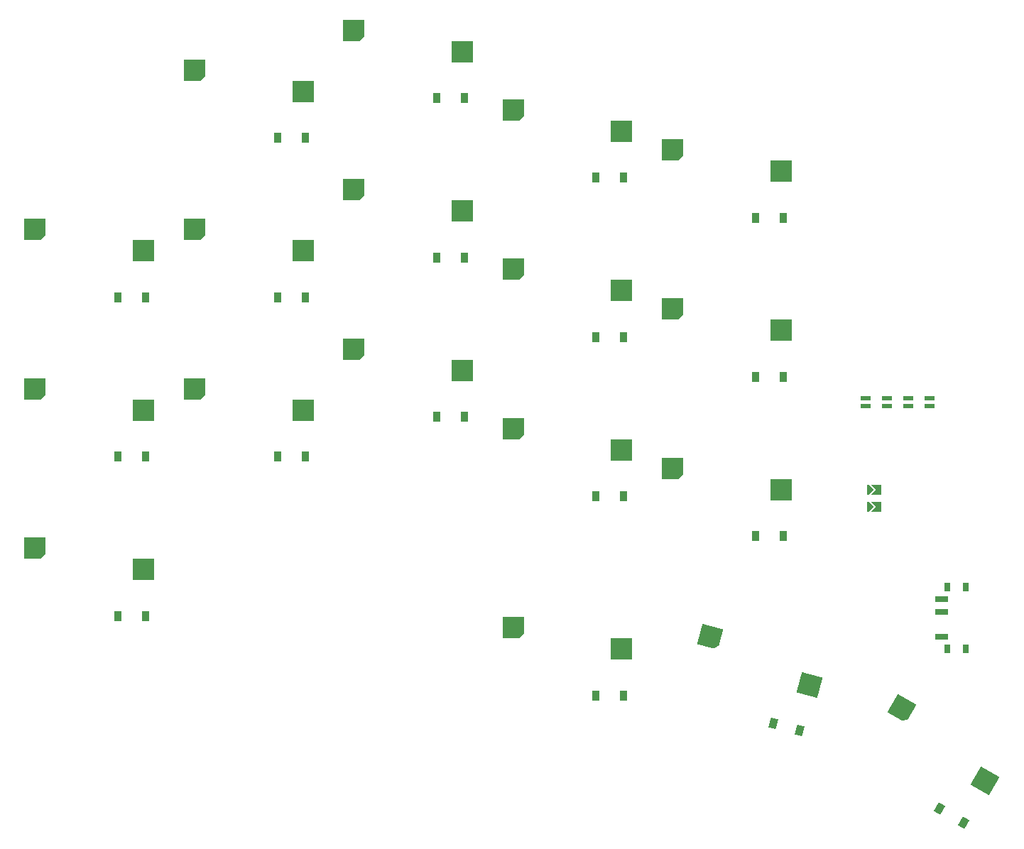
<source format=gbr>
%TF.GenerationSoftware,KiCad,Pcbnew,9.0.7*%
%TF.CreationDate,2026-01-28T21:56:46-05:00*%
%TF.ProjectId,v4,76342e6b-6963-4616-945f-706362585858,rev?*%
%TF.SameCoordinates,Original*%
%TF.FileFunction,Paste,Top*%
%TF.FilePolarity,Positive*%
%FSLAX46Y46*%
G04 Gerber Fmt 4.6, Leading zero omitted, Abs format (unit mm)*
G04 Created by KiCad (PCBNEW 9.0.7) date 2026-01-28 21:56:46*
%MOMM*%
%LPD*%
G01*
G04 APERTURE LIST*
G04 Aperture macros list*
%AMRotRect*
0 Rectangle, with rotation*
0 The origin of the aperture is its center*
0 $1 length*
0 $2 width*
0 $3 Rotation angle, in degrees counterclockwise*
0 Add horizontal line*
21,1,$1,$2,0,0,$3*%
%AMOutline5P*
0 Free polygon, 5 corners , with rotation*
0 The origin of the aperture is its center*
0 number of corners: always 5*
0 $1 to $10 corner X, Y*
0 $11 Rotation angle, in degrees counterclockwise*
0 create outline with 5 corners*
4,1,5,$1,$2,$3,$4,$5,$6,$7,$8,$9,$10,$1,$2,$11*%
%AMOutline6P*
0 Free polygon, 6 corners , with rotation*
0 The origin of the aperture is its center*
0 number of corners: always 6*
0 $1 to $12 corner X, Y*
0 $13 Rotation angle, in degrees counterclockwise*
0 create outline with 6 corners*
4,1,6,$1,$2,$3,$4,$5,$6,$7,$8,$9,$10,$11,$12,$1,$2,$13*%
%AMOutline7P*
0 Free polygon, 7 corners , with rotation*
0 The origin of the aperture is its center*
0 number of corners: always 7*
0 $1 to $14 corner X, Y*
0 $15 Rotation angle, in degrees counterclockwise*
0 create outline with 7 corners*
4,1,7,$1,$2,$3,$4,$5,$6,$7,$8,$9,$10,$11,$12,$13,$14,$1,$2,$15*%
%AMOutline8P*
0 Free polygon, 8 corners , with rotation*
0 The origin of the aperture is its center*
0 number of corners: always 8*
0 $1 to $16 corner X, Y*
0 $17 Rotation angle, in degrees counterclockwise*
0 create outline with 8 corners*
4,1,8,$1,$2,$3,$4,$5,$6,$7,$8,$9,$10,$11,$12,$13,$14,$15,$16,$1,$2,$17*%
%AMFreePoly0*
4,1,6,0.600000,-1.000000,0.000000,-0.400000,-0.600000,-1.000000,-0.600000,0.250000,0.600000,0.250000,0.600000,-1.000000,0.600000,-1.000000,$1*%
%AMFreePoly1*
4,1,6,0.600000,-0.200000,0.600000,-0.400000,-0.600000,-0.400000,-0.600000,-0.200000,0.000000,0.400000,0.600000,-0.200000,0.600000,-0.200000,$1*%
G04 Aperture macros list end*
%ADD10Outline5P,-1.275000X1.250000X1.275000X1.250000X1.275000X-0.750000X0.775000X-1.250000X-1.275000X-1.250000X0.000000*%
%ADD11R,2.550000X2.500000*%
%ADD12Outline5P,-1.275000X1.250000X1.275000X1.250000X1.275000X-0.750000X0.775000X-1.250000X-1.275000X-1.250000X345.000000*%
%ADD13RotRect,2.550000X2.500000X345.000000*%
%ADD14Outline5P,-1.275000X1.250000X1.275000X1.250000X1.275000X-0.750000X0.775000X-1.250000X-1.275000X-1.250000X330.000000*%
%ADD15RotRect,2.550000X2.500000X330.000000*%
%ADD16R,0.900000X1.200000*%
%ADD17RotRect,0.900000X1.200000X165.000000*%
%ADD18RotRect,0.900000X1.200000X150.000000*%
%ADD19R,1.200000X0.600000*%
%ADD20FreePoly0,270.000000*%
%ADD21FreePoly1,270.000000*%
%ADD22R,1.500000X0.700000*%
%ADD23R,0.800000X1.000000*%
G04 APERTURE END LIST*
D10*
%TO.C,S1*%
X91268000Y-104930000D03*
D11*
X104195000Y-107470000D03*
%TD*%
D10*
%TO.C,S2*%
X91268000Y-85930000D03*
D11*
X104195000Y-88470000D03*
%TD*%
D10*
%TO.C,S3*%
X91268000Y-66930000D03*
D11*
X104195000Y-69470000D03*
%TD*%
D10*
%TO.C,S4*%
X110268000Y-85930000D03*
D11*
X123195000Y-88470000D03*
%TD*%
D10*
%TO.C,S5*%
X110268000Y-66930000D03*
D11*
X123195000Y-69470000D03*
%TD*%
D10*
%TO.C,S6*%
X110268000Y-47930000D03*
D11*
X123195000Y-50470000D03*
%TD*%
D10*
%TO.C,S7*%
X129268000Y-81180000D03*
D11*
X142195000Y-83720000D03*
%TD*%
D10*
%TO.C,S8*%
X129268000Y-62180000D03*
D11*
X142195000Y-64720000D03*
%TD*%
D10*
%TO.C,S9*%
X129268000Y-43180000D03*
D11*
X142195000Y-45720000D03*
%TD*%
D10*
%TO.C,S10*%
X148268000Y-90680000D03*
D11*
X161195000Y-93220000D03*
%TD*%
D10*
%TO.C,S11*%
X148268000Y-71680000D03*
D11*
X161195000Y-74220000D03*
%TD*%
D10*
%TO.C,S12*%
X148268000Y-52680000D03*
D11*
X161195000Y-55220000D03*
%TD*%
D10*
%TO.C,S13*%
X167268000Y-95430000D03*
D11*
X180195000Y-97970000D03*
%TD*%
D10*
%TO.C,S14*%
X167268000Y-76430000D03*
D11*
X180195000Y-78970000D03*
%TD*%
D10*
%TO.C,S15*%
X167268000Y-57430000D03*
D11*
X180195000Y-59970000D03*
%TD*%
D10*
%TO.C,S16*%
X148268000Y-114430000D03*
D11*
X161195000Y-116970000D03*
%TD*%
D12*
%TO.C,S17*%
X171781862Y-115466076D03*
D13*
X183610985Y-121265281D03*
%TD*%
D14*
%TO.C,S18*%
X194590680Y-124064591D03*
D15*
X204515790Y-132727795D03*
%TD*%
D16*
%TO.C,D1*%
X101160000Y-113010000D03*
X104460000Y-113010000D03*
%TD*%
%TO.C,D2*%
X101160000Y-94010000D03*
X104460000Y-94010000D03*
%TD*%
%TO.C,D3*%
X101160000Y-75010000D03*
X104460000Y-75010000D03*
%TD*%
%TO.C,D4*%
X120160000Y-94010000D03*
X123460000Y-94010000D03*
%TD*%
%TO.C,D5*%
X120160000Y-75010000D03*
X123460000Y-75010000D03*
%TD*%
%TO.C,D6*%
X120160000Y-56010000D03*
X123460000Y-56010000D03*
%TD*%
%TO.C,D7*%
X139160000Y-89260000D03*
X142460000Y-89260000D03*
%TD*%
%TO.C,D8*%
X139160000Y-70260000D03*
X142460000Y-70260000D03*
%TD*%
%TO.C,D9*%
X139160000Y-51260000D03*
X142460000Y-51260000D03*
%TD*%
%TO.C,D10*%
X158160000Y-98760000D03*
X161460000Y-98760000D03*
%TD*%
%TO.C,D11*%
X158160000Y-79760000D03*
X161460000Y-79760000D03*
%TD*%
%TO.C,D12*%
X158160000Y-60760000D03*
X161460000Y-60760000D03*
%TD*%
%TO.C,D13*%
X177160000Y-103510000D03*
X180460000Y-103510000D03*
%TD*%
%TO.C,D14*%
X177160000Y-84510000D03*
X180460000Y-84510000D03*
%TD*%
%TO.C,D15*%
X177160000Y-65510000D03*
X180460000Y-65510000D03*
%TD*%
%TO.C,D16*%
X158160000Y-122510000D03*
X161460000Y-122510000D03*
%TD*%
D17*
%TO.C,D17*%
X179245542Y-125830995D03*
X182433098Y-126685097D03*
%TD*%
D18*
%TO.C,D18*%
X199117403Y-136008076D03*
X201975287Y-137658076D03*
%TD*%
D19*
%TO.C,DISP1*%
X197920000Y-87960000D03*
X195380000Y-87960000D03*
X192840000Y-87960000D03*
X190300000Y-87960000D03*
X197920000Y-87060000D03*
X195380000Y-87060000D03*
X192840000Y-87060000D03*
X190300000Y-87060000D03*
%TD*%
D20*
%TO.C,JST1*%
X191926000Y-98010000D03*
X191926000Y-100010000D03*
D21*
X190910000Y-98010000D03*
X190910000Y-100010000D03*
%TD*%
D22*
%TO.C,PWR1*%
X199375000Y-111010000D03*
X199375000Y-112510000D03*
X199375000Y-115510000D03*
D23*
X202235000Y-116910000D03*
X200025000Y-116910000D03*
X200025000Y-109610000D03*
X202235000Y-109610000D03*
%TD*%
M02*

</source>
